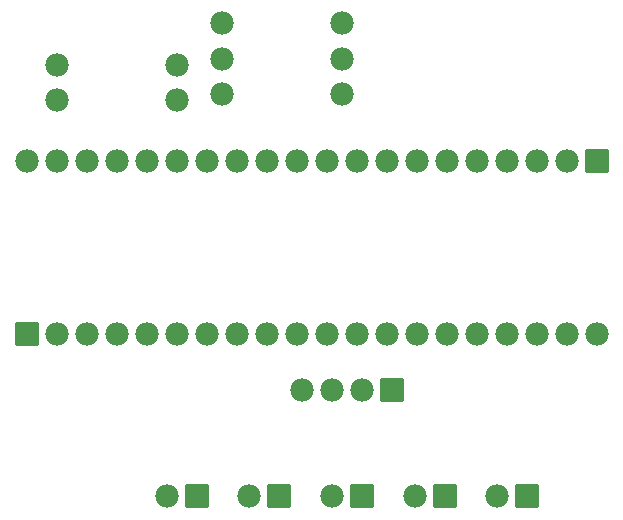
<source format=gbs>
G04 Layer: BottomSolderMaskLayer*
G04 EasyEDA v6.5.22, 2024-05-03 18:12:45*
G04 Gerber Generator version 0.2*
G04 Scale: 100 percent, Rotated: No, Reflected: No *
G04 Dimensions in millimeters *
G04 leading zeros omitted , absolute positions ,4 integer and 5 decimal *
%FSLAX45Y45*%
%MOMM*%

%AMMACRO1*1,1,$1,$2,$3*1,1,$1,$4,$5*1,1,$1,0-$2,0-$3*1,1,$1,0-$4,0-$5*20,1,$1,$2,$3,$4,$5,0*20,1,$1,$4,$5,0-$2,0-$3,0*20,1,$1,0-$2,0-$3,0-$4,0-$5,0*20,1,$1,0-$4,0-$5,$2,$3,0*4,1,4,$2,$3,$4,$5,0-$2,0-$3,0-$4,0-$5,$2,$3,0*%
%ADD10MACRO1,0.1016X0.94X-0.94X-0.94X-0.94*%
%ADD11C,1.9816*%
%ADD12MACRO1,0.1016X-0.94X0.94X0.94X0.94*%

%LPD*%
D10*
G01*
X2880994Y-1199997D03*
D11*
G01*
X2626995Y-1199997D03*
G01*
X2372995Y-1199997D03*
G01*
X2118995Y-1199997D03*
D10*
G01*
X4026992Y-2099995D03*
D11*
G01*
X3772992Y-2099995D03*
D10*
G01*
X3326993Y-2099995D03*
D11*
G01*
X3072993Y-2099995D03*
D10*
G01*
X2626994Y-2099995D03*
D11*
G01*
X2372995Y-2099995D03*
D10*
G01*
X1926996Y-2099995D03*
D11*
G01*
X1672996Y-2099995D03*
D10*
G01*
X1226997Y-2099995D03*
D11*
G01*
X972997Y-2099995D03*
G01*
X4612995Y-732993D03*
G01*
X4358995Y-732993D03*
G01*
X4104995Y-732993D03*
G01*
X3850995Y-732993D03*
G01*
X3596995Y-732993D03*
G01*
X3342995Y-732993D03*
G01*
X3088995Y-732993D03*
G01*
X2834995Y-732993D03*
G01*
X2580995Y-732993D03*
G01*
X2326995Y-732993D03*
G01*
X2072995Y-732993D03*
G01*
X1818995Y-732993D03*
G01*
X1564995Y-732993D03*
G01*
X1310995Y-732993D03*
G01*
X1056995Y-732993D03*
G01*
X802995Y-732993D03*
G01*
X548995Y-732993D03*
G01*
X294995Y-732993D03*
G01*
X40995Y-732993D03*
D12*
G01*
X-213004Y-732993D03*
D11*
G01*
X-213004Y732993D03*
G01*
X40995Y732993D03*
G01*
X294995Y732993D03*
G01*
X548995Y732993D03*
G01*
X802995Y732993D03*
G01*
X1056995Y732993D03*
G01*
X1310995Y732993D03*
G01*
X1564995Y732993D03*
G01*
X1818995Y732993D03*
G01*
X2072995Y732993D03*
G01*
X2326995Y732993D03*
G01*
X2580995Y732993D03*
G01*
X2834995Y732993D03*
G01*
X3088995Y732993D03*
G01*
X3342995Y732993D03*
G01*
X3596995Y732993D03*
G01*
X3850995Y732993D03*
G01*
X4104995Y732993D03*
G01*
X4358995Y732993D03*
D10*
G01*
X4612995Y732993D03*
D11*
G01*
X42011Y1549984D03*
G01*
X1058011Y1549984D03*
G01*
X1442008Y1299997D03*
G01*
X2458008Y1299997D03*
G01*
X1442008Y1599996D03*
G01*
X2458008Y1599996D03*
G01*
X1442008Y1899996D03*
G01*
X2458008Y1899996D03*
G01*
X42011Y1249984D03*
G01*
X1058011Y1249984D03*
M02*

</source>
